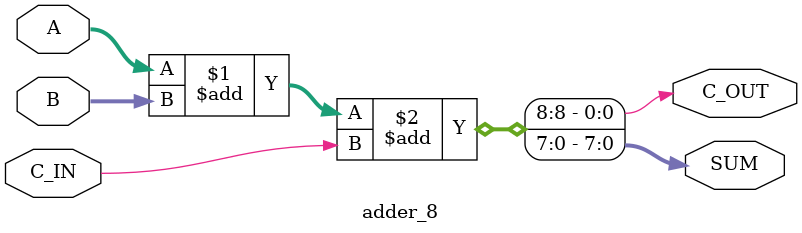
<source format=v>
module fulladder1_1_tb;
	reg A,B,C_IN;
	wire SUM,C_OUT;

	fulladder1_1 U0(
		.A(A),.B(B),.C_IN(C_IN),.SUM(SUM),.C_OUT(C_OUT)
	);

	initial begin
			A=1'b0;B=1'b0;C_IN=1'b0;
		#10 A=1'b0;B=1'b1;C_IN=1'b0;
		#10 A=1'b1;B=1'b1;C_IN=1'b0;
		#10 A=1'b1;B=1'b1;C_IN=1'b1;
		#100 $finish;
	end

endmodule




module fulladder1_1 (
	input A,B,C_IN,
	output SUM,C_OUT
);
	assign SUM = (A^B)^C_IN;
	assign C_OUT = (A&B)|((A^B)&C_IN);

endmodule


module fulladder2_1 (
	input A,B,C_IN,
	output SUM,C_OUT
);
	assign {C_OUT,SUM} = A+B+C_IN;

endmodule

module adder_8 (
	input [7:0] A,B,
	input C_IN,
	output [7:0] SUM,
	output C_OUT
);

	assign {C_OUT,SUM} = A+B+C_IN;

endmodule


</source>
